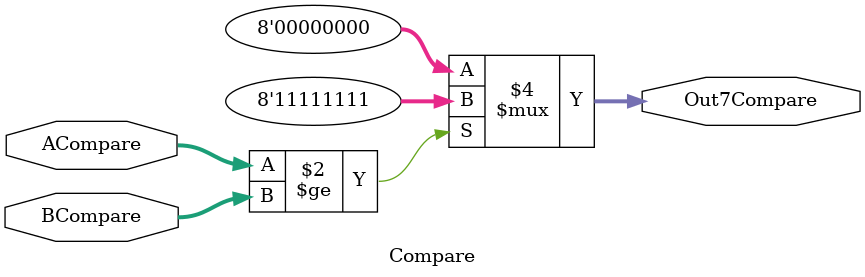
<source format=v>
`timescale 1ns / 1ps
module ALU(
    input [7:0] A,
    input [7:0] B,
    output [7:0] Out0,
    output [7:0] Out1,
    output [7:0] Out2,
    output [7:0] Out3,
    output [7:0] Out4,
    output [7:0] Out5,
    output [7:0] Out6,
    output [7:0] Out7
    );

Adder 		M1	(.AAdder(A),	.BAdder(B),		.Out0Adder(Out0));
ShiftLeft 	M2	(.ASL(A),							.Out1SL(Out1));
ShiftRight 	M3	(.ASR(A),							.Out2SR(Out2));
And 			M4 (.AAnd(A), 		.BAnd(B),		.Out3And(Out3));
Or 			M5 (.AOr(A), 		.BOr(B), 		.Out4Or(Out4));
Xor 			M6 (.AXor(A), 		.BXor(B), 		.Out5Xor(Out5));
Nand 			M7 (.ANand(A), 	.BNand(B) ,		.Out6Nand(Out6));
Compare 		M8 (.ACompare(A),	.BCompare(B), 	.Out7Compare(Out7));

endmodule

module Adder( input [7:0] AAdder,
    input [7:0] BAdder,
	 output reg [7:0] Out0Adder);
	 always @ (*) begin
	 Out0Adder <= AAdder + BAdder;
	 end
endmodule

module ShiftLeft( input [7:0] ASL,
	 output reg [7:0] Out1SL);
	 	 always @ (*) begin
	 Out1SL <= ASL<<1;
	 end
endmodule
	 
module ShiftRight ( input [7:0] ASR,
	 output reg [7:0] Out2SR);
	 	 always @ (*) begin
	 Out2SR <= ASR>>1;
	 end
endmodule	 
	 
module And ( input [7:0] AAnd,  input [7:0] BAnd,
	 output reg [7:0] Out3And);
	 	 always @ (*) begin
	 Out3And <= AAnd&BAnd;
	 end
endmodule	 

module Or ( input [7:0] AOr,  input [7:0] BOr,
	 output reg [7:0] Out4Or);
	 	 always @ (*) begin
	 Out4Or <= AOr|BOr;
	 end
endmodule	
	 
module Xor ( input [7:0] AXor,  input [7:0] BXor,
	 output reg [7:0] Out5Xor);
	 	 always @ (*) begin
	 Out5Xor <= AXor^BXor;
	 end
endmodule	

module Nand ( input [7:0] ANand,  input [7:0] BNand,
	 output reg [7:0] Out6Nand);
	 	 always @ (*) begin
	 Out6Nand <= ~(ANand&BNand);
	 end
endmodule	

module Compare ( input [7:0] ACompare,  input [7:0] BCompare,
	 output reg [7:0] Out7Compare);
	 	 always @ (*) begin
	if(ACompare >= BCompare) begin
	Out7Compare <= 255;
	end
	else begin
	Out7Compare<= 0;
	end
	end
endmodule	
</source>
